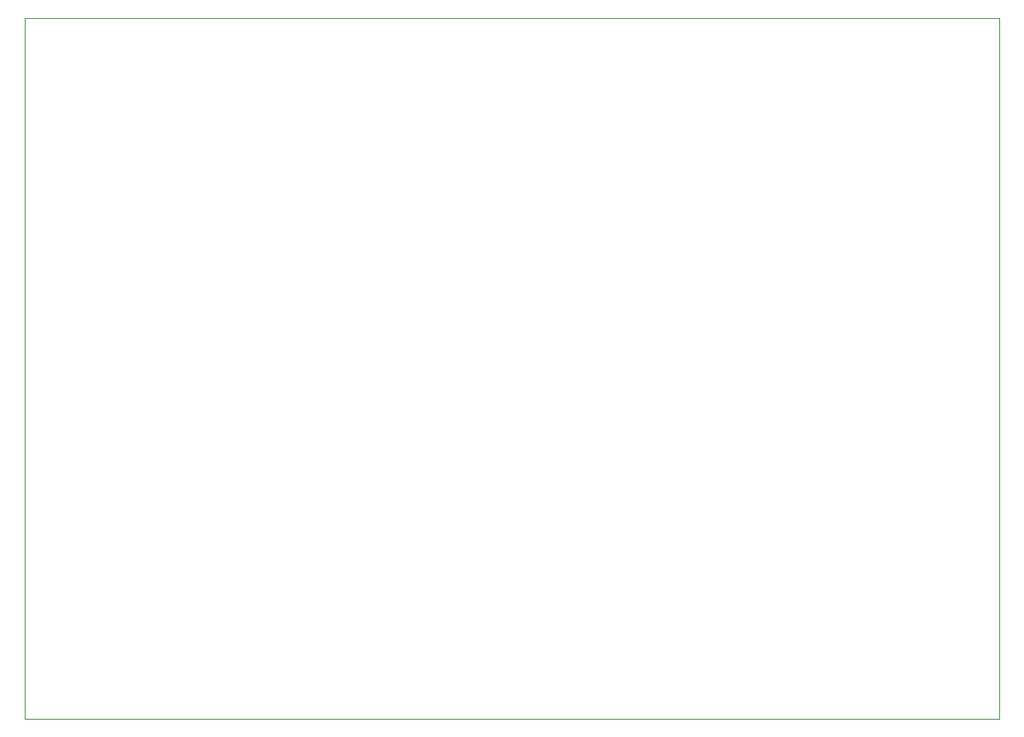
<source format=gm1>
G04 #@! TF.GenerationSoftware,KiCad,Pcbnew,(7.0.0)*
G04 #@! TF.CreationDate,2023-03-08T04:37:20-06:00*
G04 #@! TF.ProjectId,445,3434352e-6b69-4636-9164-5f7063625858,rev?*
G04 #@! TF.SameCoordinates,Original*
G04 #@! TF.FileFunction,Profile,NP*
%FSLAX46Y46*%
G04 Gerber Fmt 4.6, Leading zero omitted, Abs format (unit mm)*
G04 Created by KiCad (PCBNEW (7.0.0)) date 2023-03-08 04:37:20*
%MOMM*%
%LPD*%
G01*
G04 APERTURE LIST*
G04 #@! TA.AperFunction,Profile*
%ADD10C,0.100000*%
G04 #@! TD*
G04 APERTURE END LIST*
D10*
X130000000Y-30000000D02*
X230000000Y-30000000D01*
X230000000Y-30000000D02*
X230000000Y-102000000D01*
X230000000Y-102000000D02*
X130000000Y-102000000D01*
X130000000Y-102000000D02*
X130000000Y-30000000D01*
M02*

</source>
